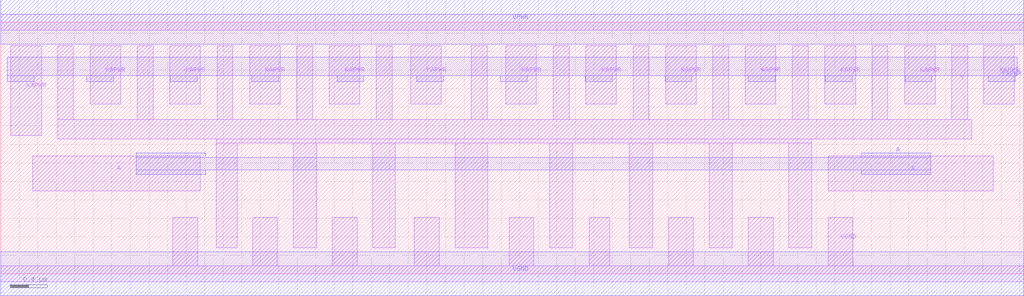
<source format=lef>
# Copyright 2020 The SkyWater PDK Authors
#
# Licensed under the Apache License, Version 2.0 (the "License");
# you may not use this file except in compliance with the License.
# You may obtain a copy of the License at
#
#     https://www.apache.org/licenses/LICENSE-2.0
#
# Unless required by applicable law or agreed to in writing, software
# distributed under the License is distributed on an "AS IS" BASIS,
# WITHOUT WARRANTIES OR CONDITIONS OF ANY KIND, either express or implied.
# See the License for the specific language governing permissions and
# limitations under the License.
#
# SPDX-License-Identifier: Apache-2.0

VERSION 5.5 ;
NAMESCASESENSITIVE ON ;
BUSBITCHARS "[]" ;
DIVIDERCHAR "/" ;
MACRO sky130_fd_sc_hd__lpflow_clkinvkapwr_16
  CLASS CORE ;
  SOURCE USER ;
  ORIGIN  0.000000  0.000000 ;
  SIZE  11.04000 BY  2.720000 ;
  SYMMETRY X Y R90 ;
  SITE unithd ;
  PIN A
    ANTENNAGATEAREA  4.608000 ;
    DIRECTION INPUT ;
    USE SIGNAL ;
    PORT
      LAYER li1 ;
        RECT 0.345000 0.895000 2.155000 1.275000 ;
    END
    PORT
      LAYER li1 ;
        RECT 8.930000 0.895000 10.710000 1.275000 ;
    END
    PORT
      LAYER met1 ;
        RECT 1.465000 1.075000  2.215000 1.120000 ;
        RECT 1.465000 1.120000 10.035000 1.260000 ;
        RECT 1.465000 1.260000  2.215000 1.305000 ;
        RECT 9.285000 1.075000 10.035000 1.120000 ;
        RECT 9.285000 1.260000 10.035000 1.305000 ;
    END
  END A
  PIN Y
    ANTENNADIFFAREA  4.520900 ;
    DIRECTION OUTPUT ;
    USE SIGNAL ;
    PORT
      LAYER li1 ;
        RECT  0.615000 1.455000 10.480000 1.665000 ;
        RECT  0.615000 1.665000  0.785000 2.465000 ;
        RECT  1.475000 1.665000  1.645000 2.465000 ;
        RECT  2.325000 0.280000  2.550000 1.415000 ;
        RECT  2.325000 1.415000  8.755000 1.455000 ;
        RECT  2.335000 1.665000  2.505000 2.465000 ;
        RECT  3.155000 0.280000  3.410000 1.415000 ;
        RECT  3.195000 1.665000  3.365000 2.465000 ;
        RECT  4.015000 0.280000  4.255000 1.415000 ;
        RECT  4.055000 1.665000  4.225000 2.465000 ;
        RECT  4.905000 0.280000  5.255000 1.415000 ;
        RECT  5.080000 1.665000  5.250000 2.465000 ;
        RECT  5.925000 0.280000  6.175000 1.415000 ;
        RECT  5.965000 1.665000  6.135000 2.465000 ;
        RECT  6.785000 0.280000  7.035000 1.415000 ;
        RECT  6.825000 1.665000  6.995000 2.465000 ;
        RECT  7.645000 0.280000  7.895000 1.415000 ;
        RECT  7.685000 1.665000  7.855000 2.465000 ;
        RECT  8.505000 0.280000  8.755000 1.415000 ;
        RECT  8.545000 1.665000  8.715000 2.465000 ;
        RECT  9.405000 1.665000  9.575000 2.465000 ;
        RECT 10.265000 1.665000 10.435000 2.465000 ;
    END
  END Y
  PIN KAPWR
    DIRECTION INOUT ;
    SHAPE ABUTMENT ;
    USE POWER ;
    PORT
      LAYER li1 ;
        RECT 0.110000 1.495000 0.440000 2.465000 ;
    END
    PORT
      LAYER li1 ;
        RECT 0.965000 1.835000 1.295000 2.465000 ;
    END
    PORT
      LAYER li1 ;
        RECT 1.825000 1.835000 2.155000 2.465000 ;
    END
    PORT
      LAYER li1 ;
        RECT 10.610000 1.835000 10.940000 2.465000 ;
    END
    PORT
      LAYER li1 ;
        RECT 2.685000 1.835000 3.015000 2.465000 ;
    END
    PORT
      LAYER li1 ;
        RECT 3.545000 1.835000 3.875000 2.465000 ;
    END
    PORT
      LAYER li1 ;
        RECT 4.425000 1.835000 4.755000 2.465000 ;
    END
    PORT
      LAYER li1 ;
        RECT 5.450000 1.835000 5.780000 2.465000 ;
    END
    PORT
      LAYER li1 ;
        RECT 6.315000 1.835000 6.645000 2.465000 ;
    END
    PORT
      LAYER li1 ;
        RECT 7.175000 1.835000 7.505000 2.465000 ;
    END
    PORT
      LAYER li1 ;
        RECT 8.035000 1.835000 8.365000 2.465000 ;
    END
    PORT
      LAYER li1 ;
        RECT 8.895000 1.835000 9.225000 2.465000 ;
    END
    PORT
      LAYER li1 ;
        RECT 9.755000 1.835000 10.085000 2.465000 ;
    END
    PORT
      LAYER met1 ;
        RECT  0.070000 2.080000  0.360000 2.140000 ;
        RECT  0.070000 2.140000 10.970000 2.340000 ;
        RECT  0.930000 2.080000  1.220000 2.140000 ;
        RECT  1.830000 2.080000  2.120000 2.140000 ;
        RECT  2.710000 2.080000  3.000000 2.140000 ;
        RECT  3.630000 2.080000  3.920000 2.140000 ;
        RECT  4.490000 2.080000  4.780000 2.140000 ;
        RECT  5.390000 2.080000  5.680000 2.140000 ;
        RECT  6.310000 2.080000  6.600000 2.140000 ;
        RECT  7.170000 2.080000  7.460000 2.140000 ;
        RECT  8.070000 2.080000  8.360000 2.140000 ;
        RECT  8.900000 2.080000  9.190000 2.140000 ;
        RECT  9.760000 2.080000 10.050000 2.140000 ;
        RECT 10.660000 2.080000 10.950000 2.140000 ;
    END
  END KAPWR
  PIN VGND
    DIRECTION INOUT ;
    SHAPE ABUTMENT ;
    USE GROUND ;
    PORT
      LAYER li1 ;
        RECT 0.000000 -0.085000 11.040000 0.085000 ;
        RECT 1.855000  0.085000  2.125000 0.610000 ;
        RECT 2.720000  0.085000  2.985000 0.610000 ;
        RECT 3.580000  0.085000  3.845000 0.610000 ;
        RECT 4.465000  0.085000  4.730000 0.610000 ;
        RECT 5.490000  0.085000  5.755000 0.610000 ;
        RECT 6.350000  0.085000  6.575000 0.610000 ;
        RECT 7.210000  0.085000  7.475000 0.610000 ;
        RECT 8.070000  0.085000  8.335000 0.610000 ;
        RECT 8.930000  0.085000  9.195000 0.610000 ;
    END
    PORT
      LAYER met1 ;
        RECT 0.000000 -0.240000 11.040000 0.240000 ;
    END
  END VGND
  PIN VNB
    DIRECTION INOUT ;
    USE GROUND ;
    PORT
    END
  END VNB
  PIN VPB
    DIRECTION INOUT ;
    USE POWER ;
    PORT
    END
  END VPB
  PIN VPWR
    DIRECTION INOUT ;
    SHAPE ABUTMENT ;
    USE POWER ;
    PORT
      LAYER li1 ;
        RECT 0.000000 2.635000 11.040000 2.805000 ;
    END
    PORT
      LAYER met1 ;
        RECT 0.000000 2.480000 11.040000 2.960000 ;
    END
  END VPWR
  OBS
  END
END sky130_fd_sc_hd__lpflow_clkinvkapwr_16
END LIBRARY

</source>
